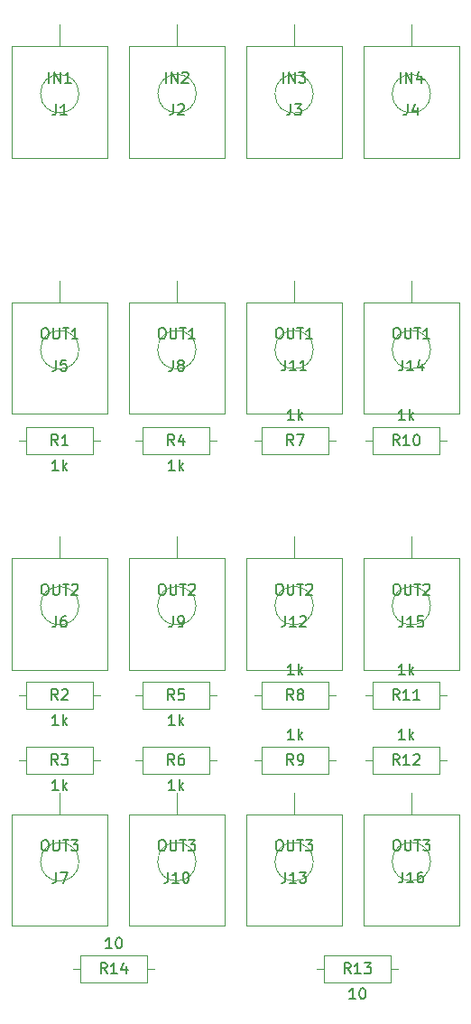
<source format=gbr>
G04 #@! TF.GenerationSoftware,KiCad,Pcbnew,(5.0.1)-4*
G04 #@! TF.CreationDate,2019-03-05T01:40:27-06:00*
G04 #@! TF.ProjectId,mult,6D756C742E6B696361645F7063620000,rev?*
G04 #@! TF.SameCoordinates,Original*
G04 #@! TF.FileFunction,Other,Fab,Top*
%FSLAX46Y46*%
G04 Gerber Fmt 4.6, Leading zero omitted, Abs format (unit mm)*
G04 Created by KiCad (PCBNEW (5.0.1)-4) date 3/5/2019 1:40:27*
%MOMM*%
%LPD*%
G01*
G04 APERTURE LIST*
%ADD10C,0.100000*%
%ADD11C,0.150000*%
G04 APERTURE END LIST*
D10*
G04 #@! TO.C,J1*
X-173874000Y122798000D02*
X-173874000Y133198000D01*
X-164874000Y122798000D02*
X-164874000Y133198000D01*
X-164874000Y122798000D02*
X-173874000Y122798000D01*
X-164874000Y133248000D02*
X-173874000Y133248000D01*
X-167574000Y128798000D02*
G75*
G03X-167574000Y128798000I-1800000J0D01*
G01*
X-169374000Y135278000D02*
X-169374000Y133248000D01*
G04 #@! TO.C,J2*
X-162863100Y122810700D02*
X-162863100Y133210700D01*
X-153863100Y122810700D02*
X-153863100Y133210700D01*
X-153863100Y122810700D02*
X-162863100Y122810700D01*
X-153863100Y133260700D02*
X-162863100Y133260700D01*
X-156563100Y128810700D02*
G75*
G03X-156563100Y128810700I-1800000J0D01*
G01*
X-158363100Y135290700D02*
X-158363100Y133260700D01*
G04 #@! TO.C,J3*
X-151877600Y122785300D02*
X-151877600Y133185300D01*
X-142877600Y122785300D02*
X-142877600Y133185300D01*
X-142877600Y122785300D02*
X-151877600Y122785300D01*
X-142877600Y133235300D02*
X-151877600Y133235300D01*
X-145577600Y128785300D02*
G75*
G03X-145577600Y128785300I-1800000J0D01*
G01*
X-147377600Y135265300D02*
X-147377600Y133235300D01*
G04 #@! TO.C,J4*
X-136379400Y135278000D02*
X-136379400Y133248000D01*
X-134579400Y128798000D02*
G75*
G03X-134579400Y128798000I-1800000J0D01*
G01*
X-131879400Y133248000D02*
X-140879400Y133248000D01*
X-131879400Y122798000D02*
X-140879400Y122798000D01*
X-131879400Y122798000D02*
X-131879400Y133198000D01*
X-140879400Y122798000D02*
X-140879400Y133198000D01*
G04 #@! TO.C,J5*
X-169374000Y111275000D02*
X-169374000Y109245000D01*
X-167574000Y104795000D02*
G75*
G03X-167574000Y104795000I-1800000J0D01*
G01*
X-164874000Y109245000D02*
X-173874000Y109245000D01*
X-164874000Y98795000D02*
X-173874000Y98795000D01*
X-164874000Y98795000D02*
X-164874000Y109195000D01*
X-173874000Y98795000D02*
X-173874000Y109195000D01*
G04 #@! TO.C,J6*
X-169374000Y87272000D02*
X-169374000Y85242000D01*
X-167574000Y80792000D02*
G75*
G03X-167574000Y80792000I-1800000J0D01*
G01*
X-164874000Y85242000D02*
X-173874000Y85242000D01*
X-164874000Y74792000D02*
X-173874000Y74792000D01*
X-164874000Y74792000D02*
X-164874000Y85192000D01*
X-173874000Y74792000D02*
X-173874000Y85192000D01*
G04 #@! TO.C,J7*
X-169374000Y63269000D02*
X-169374000Y61239000D01*
X-167574000Y56789000D02*
G75*
G03X-167574000Y56789000I-1800000J0D01*
G01*
X-164874000Y61239000D02*
X-173874000Y61239000D01*
X-164874000Y50789000D02*
X-173874000Y50789000D01*
X-164874000Y50789000D02*
X-164874000Y61189000D01*
X-173874000Y50789000D02*
X-173874000Y61189000D01*
G04 #@! TO.C,J8*
X-162888500Y98795000D02*
X-162888500Y109195000D01*
X-153888500Y98795000D02*
X-153888500Y109195000D01*
X-153888500Y98795000D02*
X-162888500Y98795000D01*
X-153888500Y109245000D02*
X-162888500Y109245000D01*
X-156588500Y104795000D02*
G75*
G03X-156588500Y104795000I-1800000J0D01*
G01*
X-158388500Y111275000D02*
X-158388500Y109245000D01*
G04 #@! TO.C,J9*
X-158388500Y87272000D02*
X-158388500Y85242000D01*
X-156588500Y80792000D02*
G75*
G03X-156588500Y80792000I-1800000J0D01*
G01*
X-153888500Y85242000D02*
X-162888500Y85242000D01*
X-153888500Y74792000D02*
X-162888500Y74792000D01*
X-153888500Y74792000D02*
X-153888500Y85192000D01*
X-162888500Y74792000D02*
X-162888500Y85192000D01*
G04 #@! TO.C,J10*
X-162888500Y50789000D02*
X-162888500Y61189000D01*
X-153888500Y50789000D02*
X-153888500Y61189000D01*
X-153888500Y50789000D02*
X-162888500Y50789000D01*
X-153888500Y61239000D02*
X-162888500Y61239000D01*
X-156588500Y56789000D02*
G75*
G03X-156588500Y56789000I-1800000J0D01*
G01*
X-158388500Y63269000D02*
X-158388500Y61239000D01*
G04 #@! TO.C,J11*
X-151877600Y98807700D02*
X-151877600Y109207700D01*
X-142877600Y98807700D02*
X-142877600Y109207700D01*
X-142877600Y98807700D02*
X-151877600Y98807700D01*
X-142877600Y109257700D02*
X-151877600Y109257700D01*
X-145577600Y104807700D02*
G75*
G03X-145577600Y104807700I-1800000J0D01*
G01*
X-147377600Y111287700D02*
X-147377600Y109257700D01*
G04 #@! TO.C,J12*
X-147377600Y87284700D02*
X-147377600Y85254700D01*
X-145577600Y80804700D02*
G75*
G03X-145577600Y80804700I-1800000J0D01*
G01*
X-142877600Y85254700D02*
X-151877600Y85254700D01*
X-142877600Y74804700D02*
X-151877600Y74804700D01*
X-142877600Y74804700D02*
X-142877600Y85204700D01*
X-151877600Y74804700D02*
X-151877600Y85204700D01*
G04 #@! TO.C,J13*
X-151877600Y50789000D02*
X-151877600Y61189000D01*
X-142877600Y50789000D02*
X-142877600Y61189000D01*
X-142877600Y50789000D02*
X-151877600Y50789000D01*
X-142877600Y61239000D02*
X-151877600Y61239000D01*
X-145577600Y56789000D02*
G75*
G03X-145577600Y56789000I-1800000J0D01*
G01*
X-147377600Y63269000D02*
X-147377600Y61239000D01*
G04 #@! TO.C,J14*
X-136379400Y111287700D02*
X-136379400Y109257700D01*
X-134579400Y104807700D02*
G75*
G03X-134579400Y104807700I-1800000J0D01*
G01*
X-131879400Y109257700D02*
X-140879400Y109257700D01*
X-131879400Y98807700D02*
X-140879400Y98807700D01*
X-131879400Y98807700D02*
X-131879400Y109207700D01*
X-140879400Y98807700D02*
X-140879400Y109207700D01*
G04 #@! TO.C,J15*
X-136379400Y87272000D02*
X-136379400Y85242000D01*
X-134579400Y80792000D02*
G75*
G03X-134579400Y80792000I-1800000J0D01*
G01*
X-131879400Y85242000D02*
X-140879400Y85242000D01*
X-131879400Y74792000D02*
X-140879400Y74792000D01*
X-131879400Y74792000D02*
X-131879400Y85192000D01*
X-140879400Y74792000D02*
X-140879400Y85192000D01*
G04 #@! TO.C,J16*
X-140879400Y50801700D02*
X-140879400Y61201700D01*
X-131879400Y50801700D02*
X-131879400Y61201700D01*
X-131879400Y50801700D02*
X-140879400Y50801700D01*
X-131879400Y61251700D02*
X-140879400Y61251700D01*
X-134579400Y56801700D02*
G75*
G03X-134579400Y56801700I-1800000J0D01*
G01*
X-136379400Y63281700D02*
X-136379400Y61251700D01*
G04 #@! TO.C,R1*
X-165564000Y96289000D02*
X-166224000Y96289000D01*
X-173184000Y96289000D02*
X-172524000Y96289000D01*
X-166224000Y97539000D02*
X-172524000Y97539000D01*
X-166224000Y95039000D02*
X-166224000Y97539000D01*
X-172524000Y95039000D02*
X-166224000Y95039000D01*
X-172524000Y97539000D02*
X-172524000Y95039000D01*
G04 #@! TO.C,R2*
X-172524000Y73663000D02*
X-172524000Y71163000D01*
X-172524000Y71163000D02*
X-166224000Y71163000D01*
X-166224000Y71163000D02*
X-166224000Y73663000D01*
X-166224000Y73663000D02*
X-172524000Y73663000D01*
X-173184000Y72413000D02*
X-172524000Y72413000D01*
X-165564000Y72413000D02*
X-166224000Y72413000D01*
G04 #@! TO.C,R3*
X-165564000Y66317000D02*
X-166224000Y66317000D01*
X-173184000Y66317000D02*
X-172524000Y66317000D01*
X-166224000Y67567000D02*
X-172524000Y67567000D01*
X-166224000Y65067000D02*
X-166224000Y67567000D01*
X-172524000Y65067000D02*
X-166224000Y65067000D01*
X-172524000Y67567000D02*
X-172524000Y65067000D01*
G04 #@! TO.C,R4*
X-154642000Y96289000D02*
X-155302000Y96289000D01*
X-162262000Y96289000D02*
X-161602000Y96289000D01*
X-155302000Y97539000D02*
X-161602000Y97539000D01*
X-155302000Y95039000D02*
X-155302000Y97539000D01*
X-161602000Y95039000D02*
X-155302000Y95039000D01*
X-161602000Y97539000D02*
X-161602000Y95039000D01*
G04 #@! TO.C,R5*
X-161602000Y73663000D02*
X-161602000Y71163000D01*
X-161602000Y71163000D02*
X-155302000Y71163000D01*
X-155302000Y71163000D02*
X-155302000Y73663000D01*
X-155302000Y73663000D02*
X-161602000Y73663000D01*
X-162262000Y72413000D02*
X-161602000Y72413000D01*
X-154642000Y72413000D02*
X-155302000Y72413000D01*
G04 #@! TO.C,R6*
X-154642000Y66317000D02*
X-155302000Y66317000D01*
X-162262000Y66317000D02*
X-161602000Y66317000D01*
X-155302000Y67567000D02*
X-161602000Y67567000D01*
X-155302000Y65067000D02*
X-155302000Y67567000D01*
X-161602000Y65067000D02*
X-155302000Y65067000D01*
X-161602000Y67567000D02*
X-161602000Y65067000D01*
G04 #@! TO.C,R7*
X-144126000Y95039000D02*
X-144126000Y97539000D01*
X-144126000Y97539000D02*
X-150426000Y97539000D01*
X-150426000Y97539000D02*
X-150426000Y95039000D01*
X-150426000Y95039000D02*
X-144126000Y95039000D01*
X-143466000Y96289000D02*
X-144126000Y96289000D01*
X-151086000Y96289000D02*
X-150426000Y96289000D01*
G04 #@! TO.C,R8*
X-151086000Y72413000D02*
X-150426000Y72413000D01*
X-143466000Y72413000D02*
X-144126000Y72413000D01*
X-150426000Y71163000D02*
X-144126000Y71163000D01*
X-150426000Y73663000D02*
X-150426000Y71163000D01*
X-144126000Y73663000D02*
X-150426000Y73663000D01*
X-144126000Y71163000D02*
X-144126000Y73663000D01*
G04 #@! TO.C,R9*
X-144126000Y65067000D02*
X-144126000Y67567000D01*
X-144126000Y67567000D02*
X-150426000Y67567000D01*
X-150426000Y67567000D02*
X-150426000Y65067000D01*
X-150426000Y65067000D02*
X-144126000Y65067000D01*
X-143466000Y66317000D02*
X-144126000Y66317000D01*
X-151086000Y66317000D02*
X-150426000Y66317000D01*
G04 #@! TO.C,R10*
X-140672000Y96289000D02*
X-140012000Y96289000D01*
X-133052000Y96289000D02*
X-133712000Y96289000D01*
X-140012000Y95039000D02*
X-133712000Y95039000D01*
X-140012000Y97539000D02*
X-140012000Y95039000D01*
X-133712000Y97539000D02*
X-140012000Y97539000D01*
X-133712000Y95039000D02*
X-133712000Y97539000D01*
G04 #@! TO.C,R11*
X-133712000Y71163000D02*
X-133712000Y73663000D01*
X-133712000Y73663000D02*
X-140012000Y73663000D01*
X-140012000Y73663000D02*
X-140012000Y71163000D01*
X-140012000Y71163000D02*
X-133712000Y71163000D01*
X-133052000Y72413000D02*
X-133712000Y72413000D01*
X-140672000Y72413000D02*
X-140012000Y72413000D01*
G04 #@! TO.C,R12*
X-133712000Y65067000D02*
X-133712000Y67567000D01*
X-133712000Y67567000D02*
X-140012000Y67567000D01*
X-140012000Y67567000D02*
X-140012000Y65067000D01*
X-140012000Y65067000D02*
X-133712000Y65067000D01*
X-133052000Y66317000D02*
X-133712000Y66317000D01*
X-140672000Y66317000D02*
X-140012000Y66317000D01*
G04 #@! TO.C,R13*
X-144584000Y48009000D02*
X-144584000Y45509000D01*
X-144584000Y45509000D02*
X-138284000Y45509000D01*
X-138284000Y45509000D02*
X-138284000Y48009000D01*
X-138284000Y48009000D02*
X-144584000Y48009000D01*
X-145244000Y46759000D02*
X-144584000Y46759000D01*
X-137624000Y46759000D02*
X-138284000Y46759000D01*
G04 #@! TO.C,R14*
X-168104000Y46759000D02*
X-167444000Y46759000D01*
X-160484000Y46759000D02*
X-161144000Y46759000D01*
X-167444000Y45509000D02*
X-161144000Y45509000D01*
X-167444000Y48009000D02*
X-167444000Y45509000D01*
X-161144000Y48009000D02*
X-167444000Y48009000D01*
X-161144000Y45509000D02*
X-161144000Y48009000D01*
G04 #@! TD*
G04 #@! TO.C,J1*
D11*
X-170374000Y129825619D02*
X-170374000Y130825619D01*
X-169897809Y129825619D02*
X-169897809Y130825619D01*
X-169326380Y129825619D01*
X-169326380Y130825619D01*
X-168326380Y129825619D02*
X-168897809Y129825619D01*
X-168612095Y129825619D02*
X-168612095Y130825619D01*
X-168707333Y130682761D01*
X-168802571Y130587523D01*
X-168897809Y130539904D01*
X-169707333Y127825619D02*
X-169707333Y127111333D01*
X-169754952Y126968476D01*
X-169850190Y126873238D01*
X-169993047Y126825619D01*
X-170088285Y126825619D01*
X-168707333Y126825619D02*
X-169278761Y126825619D01*
X-168993047Y126825619D02*
X-168993047Y127825619D01*
X-169088285Y127682761D01*
X-169183523Y127587523D01*
X-169278761Y127539904D01*
G04 #@! TO.C,J2*
X-159363100Y129838319D02*
X-159363100Y130838319D01*
X-158886909Y129838319D02*
X-158886909Y130838319D01*
X-158315480Y129838319D01*
X-158315480Y130838319D01*
X-157886909Y130743080D02*
X-157839290Y130790700D01*
X-157744052Y130838319D01*
X-157505957Y130838319D01*
X-157410719Y130790700D01*
X-157363100Y130743080D01*
X-157315480Y130647842D01*
X-157315480Y130552604D01*
X-157363100Y130409747D01*
X-157934528Y129838319D01*
X-157315480Y129838319D01*
X-158696433Y127838319D02*
X-158696433Y127124033D01*
X-158744052Y126981176D01*
X-158839290Y126885938D01*
X-158982147Y126838319D01*
X-159077385Y126838319D01*
X-158267861Y127743080D02*
X-158220242Y127790700D01*
X-158125004Y127838319D01*
X-157886909Y127838319D01*
X-157791671Y127790700D01*
X-157744052Y127743080D01*
X-157696433Y127647842D01*
X-157696433Y127552604D01*
X-157744052Y127409747D01*
X-158315480Y126838319D01*
X-157696433Y126838319D01*
G04 #@! TO.C,J3*
X-148377600Y129812919D02*
X-148377600Y130812919D01*
X-147901409Y129812919D02*
X-147901409Y130812919D01*
X-147329980Y129812919D01*
X-147329980Y130812919D01*
X-146949028Y130812919D02*
X-146329980Y130812919D01*
X-146663314Y130431966D01*
X-146520457Y130431966D01*
X-146425219Y130384347D01*
X-146377600Y130336728D01*
X-146329980Y130241490D01*
X-146329980Y130003395D01*
X-146377600Y129908157D01*
X-146425219Y129860538D01*
X-146520457Y129812919D01*
X-146806171Y129812919D01*
X-146901409Y129860538D01*
X-146949028Y129908157D01*
X-147710933Y127812919D02*
X-147710933Y127098633D01*
X-147758552Y126955776D01*
X-147853790Y126860538D01*
X-147996647Y126812919D01*
X-148091885Y126812919D01*
X-147329980Y127812919D02*
X-146710933Y127812919D01*
X-147044266Y127431966D01*
X-146901409Y127431966D01*
X-146806171Y127384347D01*
X-146758552Y127336728D01*
X-146710933Y127241490D01*
X-146710933Y127003395D01*
X-146758552Y126908157D01*
X-146806171Y126860538D01*
X-146901409Y126812919D01*
X-147187123Y126812919D01*
X-147282361Y126860538D01*
X-147329980Y126908157D01*
G04 #@! TO.C,J4*
X-137379400Y129825619D02*
X-137379400Y130825619D01*
X-136903209Y129825619D02*
X-136903209Y130825619D01*
X-136331780Y129825619D01*
X-136331780Y130825619D01*
X-135427019Y130492285D02*
X-135427019Y129825619D01*
X-135665114Y130873238D02*
X-135903209Y130158952D01*
X-135284161Y130158952D01*
X-136712733Y127825619D02*
X-136712733Y127111333D01*
X-136760352Y126968476D01*
X-136855590Y126873238D01*
X-136998447Y126825619D01*
X-137093685Y126825619D01*
X-135807971Y127492285D02*
X-135807971Y126825619D01*
X-136046066Y127873238D02*
X-136284161Y127158952D01*
X-135665114Y127158952D01*
G04 #@! TO.C,J5*
X-170850190Y106822619D02*
X-170659714Y106822619D01*
X-170564476Y106775000D01*
X-170469238Y106679761D01*
X-170421619Y106489285D01*
X-170421619Y106155952D01*
X-170469238Y105965476D01*
X-170564476Y105870238D01*
X-170659714Y105822619D01*
X-170850190Y105822619D01*
X-170945428Y105870238D01*
X-171040666Y105965476D01*
X-171088285Y106155952D01*
X-171088285Y106489285D01*
X-171040666Y106679761D01*
X-170945428Y106775000D01*
X-170850190Y106822619D01*
X-169993047Y106822619D02*
X-169993047Y106013095D01*
X-169945428Y105917857D01*
X-169897809Y105870238D01*
X-169802571Y105822619D01*
X-169612095Y105822619D01*
X-169516857Y105870238D01*
X-169469238Y105917857D01*
X-169421619Y106013095D01*
X-169421619Y106822619D01*
X-169088285Y106822619D02*
X-168516857Y106822619D01*
X-168802571Y105822619D02*
X-168802571Y106822619D01*
X-167659714Y105822619D02*
X-168231142Y105822619D01*
X-167945428Y105822619D02*
X-167945428Y106822619D01*
X-168040666Y106679761D01*
X-168135904Y106584523D01*
X-168231142Y106536904D01*
X-169707333Y103822619D02*
X-169707333Y103108333D01*
X-169754952Y102965476D01*
X-169850190Y102870238D01*
X-169993047Y102822619D01*
X-170088285Y102822619D01*
X-168754952Y103822619D02*
X-169231142Y103822619D01*
X-169278761Y103346428D01*
X-169231142Y103394047D01*
X-169135904Y103441666D01*
X-168897809Y103441666D01*
X-168802571Y103394047D01*
X-168754952Y103346428D01*
X-168707333Y103251190D01*
X-168707333Y103013095D01*
X-168754952Y102917857D01*
X-168802571Y102870238D01*
X-168897809Y102822619D01*
X-169135904Y102822619D01*
X-169231142Y102870238D01*
X-169278761Y102917857D01*
G04 #@! TO.C,J6*
X-170850190Y82819619D02*
X-170659714Y82819619D01*
X-170564476Y82772000D01*
X-170469238Y82676761D01*
X-170421619Y82486285D01*
X-170421619Y82152952D01*
X-170469238Y81962476D01*
X-170564476Y81867238D01*
X-170659714Y81819619D01*
X-170850190Y81819619D01*
X-170945428Y81867238D01*
X-171040666Y81962476D01*
X-171088285Y82152952D01*
X-171088285Y82486285D01*
X-171040666Y82676761D01*
X-170945428Y82772000D01*
X-170850190Y82819619D01*
X-169993047Y82819619D02*
X-169993047Y82010095D01*
X-169945428Y81914857D01*
X-169897809Y81867238D01*
X-169802571Y81819619D01*
X-169612095Y81819619D01*
X-169516857Y81867238D01*
X-169469238Y81914857D01*
X-169421619Y82010095D01*
X-169421619Y82819619D01*
X-169088285Y82819619D02*
X-168516857Y82819619D01*
X-168802571Y81819619D02*
X-168802571Y82819619D01*
X-168231142Y82724380D02*
X-168183523Y82772000D01*
X-168088285Y82819619D01*
X-167850190Y82819619D01*
X-167754952Y82772000D01*
X-167707333Y82724380D01*
X-167659714Y82629142D01*
X-167659714Y82533904D01*
X-167707333Y82391047D01*
X-168278761Y81819619D01*
X-167659714Y81819619D01*
X-169707333Y79819619D02*
X-169707333Y79105333D01*
X-169754952Y78962476D01*
X-169850190Y78867238D01*
X-169993047Y78819619D01*
X-170088285Y78819619D01*
X-168802571Y79819619D02*
X-168993047Y79819619D01*
X-169088285Y79772000D01*
X-169135904Y79724380D01*
X-169231142Y79581523D01*
X-169278761Y79391047D01*
X-169278761Y79010095D01*
X-169231142Y78914857D01*
X-169183523Y78867238D01*
X-169088285Y78819619D01*
X-168897809Y78819619D01*
X-168802571Y78867238D01*
X-168754952Y78914857D01*
X-168707333Y79010095D01*
X-168707333Y79248190D01*
X-168754952Y79343428D01*
X-168802571Y79391047D01*
X-168897809Y79438666D01*
X-169088285Y79438666D01*
X-169183523Y79391047D01*
X-169231142Y79343428D01*
X-169278761Y79248190D01*
G04 #@! TO.C,J7*
X-170850190Y58816619D02*
X-170659714Y58816619D01*
X-170564476Y58769000D01*
X-170469238Y58673761D01*
X-170421619Y58483285D01*
X-170421619Y58149952D01*
X-170469238Y57959476D01*
X-170564476Y57864238D01*
X-170659714Y57816619D01*
X-170850190Y57816619D01*
X-170945428Y57864238D01*
X-171040666Y57959476D01*
X-171088285Y58149952D01*
X-171088285Y58483285D01*
X-171040666Y58673761D01*
X-170945428Y58769000D01*
X-170850190Y58816619D01*
X-169993047Y58816619D02*
X-169993047Y58007095D01*
X-169945428Y57911857D01*
X-169897809Y57864238D01*
X-169802571Y57816619D01*
X-169612095Y57816619D01*
X-169516857Y57864238D01*
X-169469238Y57911857D01*
X-169421619Y58007095D01*
X-169421619Y58816619D01*
X-169088285Y58816619D02*
X-168516857Y58816619D01*
X-168802571Y57816619D02*
X-168802571Y58816619D01*
X-168278761Y58816619D02*
X-167659714Y58816619D01*
X-167993047Y58435666D01*
X-167850190Y58435666D01*
X-167754952Y58388047D01*
X-167707333Y58340428D01*
X-167659714Y58245190D01*
X-167659714Y58007095D01*
X-167707333Y57911857D01*
X-167754952Y57864238D01*
X-167850190Y57816619D01*
X-168135904Y57816619D01*
X-168231142Y57864238D01*
X-168278761Y57911857D01*
X-169707333Y55816619D02*
X-169707333Y55102333D01*
X-169754952Y54959476D01*
X-169850190Y54864238D01*
X-169993047Y54816619D01*
X-170088285Y54816619D01*
X-169326380Y55816619D02*
X-168659714Y55816619D01*
X-169088285Y54816619D01*
G04 #@! TO.C,J8*
X-159864690Y106822619D02*
X-159674214Y106822619D01*
X-159578976Y106775000D01*
X-159483738Y106679761D01*
X-159436119Y106489285D01*
X-159436119Y106155952D01*
X-159483738Y105965476D01*
X-159578976Y105870238D01*
X-159674214Y105822619D01*
X-159864690Y105822619D01*
X-159959928Y105870238D01*
X-160055166Y105965476D01*
X-160102785Y106155952D01*
X-160102785Y106489285D01*
X-160055166Y106679761D01*
X-159959928Y106775000D01*
X-159864690Y106822619D01*
X-159007547Y106822619D02*
X-159007547Y106013095D01*
X-158959928Y105917857D01*
X-158912309Y105870238D01*
X-158817071Y105822619D01*
X-158626595Y105822619D01*
X-158531357Y105870238D01*
X-158483738Y105917857D01*
X-158436119Y106013095D01*
X-158436119Y106822619D01*
X-158102785Y106822619D02*
X-157531357Y106822619D01*
X-157817071Y105822619D02*
X-157817071Y106822619D01*
X-156674214Y105822619D02*
X-157245642Y105822619D01*
X-156959928Y105822619D02*
X-156959928Y106822619D01*
X-157055166Y106679761D01*
X-157150404Y106584523D01*
X-157245642Y106536904D01*
X-158721833Y103822619D02*
X-158721833Y103108333D01*
X-158769452Y102965476D01*
X-158864690Y102870238D01*
X-159007547Y102822619D01*
X-159102785Y102822619D01*
X-158102785Y103394047D02*
X-158198023Y103441666D01*
X-158245642Y103489285D01*
X-158293261Y103584523D01*
X-158293261Y103632142D01*
X-158245642Y103727380D01*
X-158198023Y103775000D01*
X-158102785Y103822619D01*
X-157912309Y103822619D01*
X-157817071Y103775000D01*
X-157769452Y103727380D01*
X-157721833Y103632142D01*
X-157721833Y103584523D01*
X-157769452Y103489285D01*
X-157817071Y103441666D01*
X-157912309Y103394047D01*
X-158102785Y103394047D01*
X-158198023Y103346428D01*
X-158245642Y103298809D01*
X-158293261Y103203571D01*
X-158293261Y103013095D01*
X-158245642Y102917857D01*
X-158198023Y102870238D01*
X-158102785Y102822619D01*
X-157912309Y102822619D01*
X-157817071Y102870238D01*
X-157769452Y102917857D01*
X-157721833Y103013095D01*
X-157721833Y103203571D01*
X-157769452Y103298809D01*
X-157817071Y103346428D01*
X-157912309Y103394047D01*
G04 #@! TO.C,J9*
X-159864690Y82819619D02*
X-159674214Y82819619D01*
X-159578976Y82772000D01*
X-159483738Y82676761D01*
X-159436119Y82486285D01*
X-159436119Y82152952D01*
X-159483738Y81962476D01*
X-159578976Y81867238D01*
X-159674214Y81819619D01*
X-159864690Y81819619D01*
X-159959928Y81867238D01*
X-160055166Y81962476D01*
X-160102785Y82152952D01*
X-160102785Y82486285D01*
X-160055166Y82676761D01*
X-159959928Y82772000D01*
X-159864690Y82819619D01*
X-159007547Y82819619D02*
X-159007547Y82010095D01*
X-158959928Y81914857D01*
X-158912309Y81867238D01*
X-158817071Y81819619D01*
X-158626595Y81819619D01*
X-158531357Y81867238D01*
X-158483738Y81914857D01*
X-158436119Y82010095D01*
X-158436119Y82819619D01*
X-158102785Y82819619D02*
X-157531357Y82819619D01*
X-157817071Y81819619D02*
X-157817071Y82819619D01*
X-157245642Y82724380D02*
X-157198023Y82772000D01*
X-157102785Y82819619D01*
X-156864690Y82819619D01*
X-156769452Y82772000D01*
X-156721833Y82724380D01*
X-156674214Y82629142D01*
X-156674214Y82533904D01*
X-156721833Y82391047D01*
X-157293261Y81819619D01*
X-156674214Y81819619D01*
X-158721833Y79819619D02*
X-158721833Y79105333D01*
X-158769452Y78962476D01*
X-158864690Y78867238D01*
X-159007547Y78819619D01*
X-159102785Y78819619D01*
X-158198023Y78819619D02*
X-158007547Y78819619D01*
X-157912309Y78867238D01*
X-157864690Y78914857D01*
X-157769452Y79057714D01*
X-157721833Y79248190D01*
X-157721833Y79629142D01*
X-157769452Y79724380D01*
X-157817071Y79772000D01*
X-157912309Y79819619D01*
X-158102785Y79819619D01*
X-158198023Y79772000D01*
X-158245642Y79724380D01*
X-158293261Y79629142D01*
X-158293261Y79391047D01*
X-158245642Y79295809D01*
X-158198023Y79248190D01*
X-158102785Y79200571D01*
X-157912309Y79200571D01*
X-157817071Y79248190D01*
X-157769452Y79295809D01*
X-157721833Y79391047D01*
G04 #@! TO.C,J10*
X-159864690Y58816619D02*
X-159674214Y58816619D01*
X-159578976Y58769000D01*
X-159483738Y58673761D01*
X-159436119Y58483285D01*
X-159436119Y58149952D01*
X-159483738Y57959476D01*
X-159578976Y57864238D01*
X-159674214Y57816619D01*
X-159864690Y57816619D01*
X-159959928Y57864238D01*
X-160055166Y57959476D01*
X-160102785Y58149952D01*
X-160102785Y58483285D01*
X-160055166Y58673761D01*
X-159959928Y58769000D01*
X-159864690Y58816619D01*
X-159007547Y58816619D02*
X-159007547Y58007095D01*
X-158959928Y57911857D01*
X-158912309Y57864238D01*
X-158817071Y57816619D01*
X-158626595Y57816619D01*
X-158531357Y57864238D01*
X-158483738Y57911857D01*
X-158436119Y58007095D01*
X-158436119Y58816619D01*
X-158102785Y58816619D02*
X-157531357Y58816619D01*
X-157817071Y57816619D02*
X-157817071Y58816619D01*
X-157293261Y58816619D02*
X-156674214Y58816619D01*
X-157007547Y58435666D01*
X-156864690Y58435666D01*
X-156769452Y58388047D01*
X-156721833Y58340428D01*
X-156674214Y58245190D01*
X-156674214Y58007095D01*
X-156721833Y57911857D01*
X-156769452Y57864238D01*
X-156864690Y57816619D01*
X-157150404Y57816619D01*
X-157245642Y57864238D01*
X-157293261Y57911857D01*
X-159198023Y55816619D02*
X-159198023Y55102333D01*
X-159245642Y54959476D01*
X-159340880Y54864238D01*
X-159483738Y54816619D01*
X-159578976Y54816619D01*
X-158198023Y54816619D02*
X-158769452Y54816619D01*
X-158483738Y54816619D02*
X-158483738Y55816619D01*
X-158578976Y55673761D01*
X-158674214Y55578523D01*
X-158769452Y55530904D01*
X-157578976Y55816619D02*
X-157483738Y55816619D01*
X-157388500Y55769000D01*
X-157340880Y55721380D01*
X-157293261Y55626142D01*
X-157245642Y55435666D01*
X-157245642Y55197571D01*
X-157293261Y55007095D01*
X-157340880Y54911857D01*
X-157388500Y54864238D01*
X-157483738Y54816619D01*
X-157578976Y54816619D01*
X-157674214Y54864238D01*
X-157721833Y54911857D01*
X-157769452Y55007095D01*
X-157817071Y55197571D01*
X-157817071Y55435666D01*
X-157769452Y55626142D01*
X-157721833Y55721380D01*
X-157674214Y55769000D01*
X-157578976Y55816619D01*
G04 #@! TO.C,J11*
X-148853790Y106835319D02*
X-148663314Y106835319D01*
X-148568076Y106787700D01*
X-148472838Y106692461D01*
X-148425219Y106501985D01*
X-148425219Y106168652D01*
X-148472838Y105978176D01*
X-148568076Y105882938D01*
X-148663314Y105835319D01*
X-148853790Y105835319D01*
X-148949028Y105882938D01*
X-149044266Y105978176D01*
X-149091885Y106168652D01*
X-149091885Y106501985D01*
X-149044266Y106692461D01*
X-148949028Y106787700D01*
X-148853790Y106835319D01*
X-147996647Y106835319D02*
X-147996647Y106025795D01*
X-147949028Y105930557D01*
X-147901409Y105882938D01*
X-147806171Y105835319D01*
X-147615695Y105835319D01*
X-147520457Y105882938D01*
X-147472838Y105930557D01*
X-147425219Y106025795D01*
X-147425219Y106835319D01*
X-147091885Y106835319D02*
X-146520457Y106835319D01*
X-146806171Y105835319D02*
X-146806171Y106835319D01*
X-145663314Y105835319D02*
X-146234742Y105835319D01*
X-145949028Y105835319D02*
X-145949028Y106835319D01*
X-146044266Y106692461D01*
X-146139504Y106597223D01*
X-146234742Y106549604D01*
X-148187123Y103835319D02*
X-148187123Y103121033D01*
X-148234742Y102978176D01*
X-148329980Y102882938D01*
X-148472838Y102835319D01*
X-148568076Y102835319D01*
X-147187123Y102835319D02*
X-147758552Y102835319D01*
X-147472838Y102835319D02*
X-147472838Y103835319D01*
X-147568076Y103692461D01*
X-147663314Y103597223D01*
X-147758552Y103549604D01*
X-146234742Y102835319D02*
X-146806171Y102835319D01*
X-146520457Y102835319D02*
X-146520457Y103835319D01*
X-146615695Y103692461D01*
X-146710933Y103597223D01*
X-146806171Y103549604D01*
G04 #@! TO.C,J12*
X-148853790Y82832319D02*
X-148663314Y82832319D01*
X-148568076Y82784700D01*
X-148472838Y82689461D01*
X-148425219Y82498985D01*
X-148425219Y82165652D01*
X-148472838Y81975176D01*
X-148568076Y81879938D01*
X-148663314Y81832319D01*
X-148853790Y81832319D01*
X-148949028Y81879938D01*
X-149044266Y81975176D01*
X-149091885Y82165652D01*
X-149091885Y82498985D01*
X-149044266Y82689461D01*
X-148949028Y82784700D01*
X-148853790Y82832319D01*
X-147996647Y82832319D02*
X-147996647Y82022795D01*
X-147949028Y81927557D01*
X-147901409Y81879938D01*
X-147806171Y81832319D01*
X-147615695Y81832319D01*
X-147520457Y81879938D01*
X-147472838Y81927557D01*
X-147425219Y82022795D01*
X-147425219Y82832319D01*
X-147091885Y82832319D02*
X-146520457Y82832319D01*
X-146806171Y81832319D02*
X-146806171Y82832319D01*
X-146234742Y82737080D02*
X-146187123Y82784700D01*
X-146091885Y82832319D01*
X-145853790Y82832319D01*
X-145758552Y82784700D01*
X-145710933Y82737080D01*
X-145663314Y82641842D01*
X-145663314Y82546604D01*
X-145710933Y82403747D01*
X-146282361Y81832319D01*
X-145663314Y81832319D01*
X-148187123Y79832319D02*
X-148187123Y79118033D01*
X-148234742Y78975176D01*
X-148329980Y78879938D01*
X-148472838Y78832319D01*
X-148568076Y78832319D01*
X-147187123Y78832319D02*
X-147758552Y78832319D01*
X-147472838Y78832319D02*
X-147472838Y79832319D01*
X-147568076Y79689461D01*
X-147663314Y79594223D01*
X-147758552Y79546604D01*
X-146806171Y79737080D02*
X-146758552Y79784700D01*
X-146663314Y79832319D01*
X-146425219Y79832319D01*
X-146329980Y79784700D01*
X-146282361Y79737080D01*
X-146234742Y79641842D01*
X-146234742Y79546604D01*
X-146282361Y79403747D01*
X-146853790Y78832319D01*
X-146234742Y78832319D01*
G04 #@! TO.C,J13*
X-148853790Y58816619D02*
X-148663314Y58816619D01*
X-148568076Y58769000D01*
X-148472838Y58673761D01*
X-148425219Y58483285D01*
X-148425219Y58149952D01*
X-148472838Y57959476D01*
X-148568076Y57864238D01*
X-148663314Y57816619D01*
X-148853790Y57816619D01*
X-148949028Y57864238D01*
X-149044266Y57959476D01*
X-149091885Y58149952D01*
X-149091885Y58483285D01*
X-149044266Y58673761D01*
X-148949028Y58769000D01*
X-148853790Y58816619D01*
X-147996647Y58816619D02*
X-147996647Y58007095D01*
X-147949028Y57911857D01*
X-147901409Y57864238D01*
X-147806171Y57816619D01*
X-147615695Y57816619D01*
X-147520457Y57864238D01*
X-147472838Y57911857D01*
X-147425219Y58007095D01*
X-147425219Y58816619D01*
X-147091885Y58816619D02*
X-146520457Y58816619D01*
X-146806171Y57816619D02*
X-146806171Y58816619D01*
X-146282361Y58816619D02*
X-145663314Y58816619D01*
X-145996647Y58435666D01*
X-145853790Y58435666D01*
X-145758552Y58388047D01*
X-145710933Y58340428D01*
X-145663314Y58245190D01*
X-145663314Y58007095D01*
X-145710933Y57911857D01*
X-145758552Y57864238D01*
X-145853790Y57816619D01*
X-146139504Y57816619D01*
X-146234742Y57864238D01*
X-146282361Y57911857D01*
X-148187123Y55816619D02*
X-148187123Y55102333D01*
X-148234742Y54959476D01*
X-148329980Y54864238D01*
X-148472838Y54816619D01*
X-148568076Y54816619D01*
X-147187123Y54816619D02*
X-147758552Y54816619D01*
X-147472838Y54816619D02*
X-147472838Y55816619D01*
X-147568076Y55673761D01*
X-147663314Y55578523D01*
X-147758552Y55530904D01*
X-146853790Y55816619D02*
X-146234742Y55816619D01*
X-146568076Y55435666D01*
X-146425219Y55435666D01*
X-146329980Y55388047D01*
X-146282361Y55340428D01*
X-146234742Y55245190D01*
X-146234742Y55007095D01*
X-146282361Y54911857D01*
X-146329980Y54864238D01*
X-146425219Y54816619D01*
X-146710933Y54816619D01*
X-146806171Y54864238D01*
X-146853790Y54911857D01*
G04 #@! TO.C,J14*
X-137855590Y106835319D02*
X-137665114Y106835319D01*
X-137569876Y106787700D01*
X-137474638Y106692461D01*
X-137427019Y106501985D01*
X-137427019Y106168652D01*
X-137474638Y105978176D01*
X-137569876Y105882938D01*
X-137665114Y105835319D01*
X-137855590Y105835319D01*
X-137950828Y105882938D01*
X-138046066Y105978176D01*
X-138093685Y106168652D01*
X-138093685Y106501985D01*
X-138046066Y106692461D01*
X-137950828Y106787700D01*
X-137855590Y106835319D01*
X-136998447Y106835319D02*
X-136998447Y106025795D01*
X-136950828Y105930557D01*
X-136903209Y105882938D01*
X-136807971Y105835319D01*
X-136617495Y105835319D01*
X-136522257Y105882938D01*
X-136474638Y105930557D01*
X-136427019Y106025795D01*
X-136427019Y106835319D01*
X-136093685Y106835319D02*
X-135522257Y106835319D01*
X-135807971Y105835319D02*
X-135807971Y106835319D01*
X-134665114Y105835319D02*
X-135236542Y105835319D01*
X-134950828Y105835319D02*
X-134950828Y106835319D01*
X-135046066Y106692461D01*
X-135141304Y106597223D01*
X-135236542Y106549604D01*
X-137188923Y103835319D02*
X-137188923Y103121033D01*
X-137236542Y102978176D01*
X-137331780Y102882938D01*
X-137474638Y102835319D01*
X-137569876Y102835319D01*
X-136188923Y102835319D02*
X-136760352Y102835319D01*
X-136474638Y102835319D02*
X-136474638Y103835319D01*
X-136569876Y103692461D01*
X-136665114Y103597223D01*
X-136760352Y103549604D01*
X-135331780Y103501985D02*
X-135331780Y102835319D01*
X-135569876Y103882938D02*
X-135807971Y103168652D01*
X-135188923Y103168652D01*
G04 #@! TO.C,J15*
X-137855590Y82819619D02*
X-137665114Y82819619D01*
X-137569876Y82772000D01*
X-137474638Y82676761D01*
X-137427019Y82486285D01*
X-137427019Y82152952D01*
X-137474638Y81962476D01*
X-137569876Y81867238D01*
X-137665114Y81819619D01*
X-137855590Y81819619D01*
X-137950828Y81867238D01*
X-138046066Y81962476D01*
X-138093685Y82152952D01*
X-138093685Y82486285D01*
X-138046066Y82676761D01*
X-137950828Y82772000D01*
X-137855590Y82819619D01*
X-136998447Y82819619D02*
X-136998447Y82010095D01*
X-136950828Y81914857D01*
X-136903209Y81867238D01*
X-136807971Y81819619D01*
X-136617495Y81819619D01*
X-136522257Y81867238D01*
X-136474638Y81914857D01*
X-136427019Y82010095D01*
X-136427019Y82819619D01*
X-136093685Y82819619D02*
X-135522257Y82819619D01*
X-135807971Y81819619D02*
X-135807971Y82819619D01*
X-135236542Y82724380D02*
X-135188923Y82772000D01*
X-135093685Y82819619D01*
X-134855590Y82819619D01*
X-134760352Y82772000D01*
X-134712733Y82724380D01*
X-134665114Y82629142D01*
X-134665114Y82533904D01*
X-134712733Y82391047D01*
X-135284161Y81819619D01*
X-134665114Y81819619D01*
X-137188923Y79819619D02*
X-137188923Y79105333D01*
X-137236542Y78962476D01*
X-137331780Y78867238D01*
X-137474638Y78819619D01*
X-137569876Y78819619D01*
X-136188923Y78819619D02*
X-136760352Y78819619D01*
X-136474638Y78819619D02*
X-136474638Y79819619D01*
X-136569876Y79676761D01*
X-136665114Y79581523D01*
X-136760352Y79533904D01*
X-135284161Y79819619D02*
X-135760352Y79819619D01*
X-135807971Y79343428D01*
X-135760352Y79391047D01*
X-135665114Y79438666D01*
X-135427019Y79438666D01*
X-135331780Y79391047D01*
X-135284161Y79343428D01*
X-135236542Y79248190D01*
X-135236542Y79010095D01*
X-135284161Y78914857D01*
X-135331780Y78867238D01*
X-135427019Y78819619D01*
X-135665114Y78819619D01*
X-135760352Y78867238D01*
X-135807971Y78914857D01*
G04 #@! TO.C,J16*
X-137855590Y58829319D02*
X-137665114Y58829319D01*
X-137569876Y58781700D01*
X-137474638Y58686461D01*
X-137427019Y58495985D01*
X-137427019Y58162652D01*
X-137474638Y57972176D01*
X-137569876Y57876938D01*
X-137665114Y57829319D01*
X-137855590Y57829319D01*
X-137950828Y57876938D01*
X-138046066Y57972176D01*
X-138093685Y58162652D01*
X-138093685Y58495985D01*
X-138046066Y58686461D01*
X-137950828Y58781700D01*
X-137855590Y58829319D01*
X-136998447Y58829319D02*
X-136998447Y58019795D01*
X-136950828Y57924557D01*
X-136903209Y57876938D01*
X-136807971Y57829319D01*
X-136617495Y57829319D01*
X-136522257Y57876938D01*
X-136474638Y57924557D01*
X-136427019Y58019795D01*
X-136427019Y58829319D01*
X-136093685Y58829319D02*
X-135522257Y58829319D01*
X-135807971Y57829319D02*
X-135807971Y58829319D01*
X-135284161Y58829319D02*
X-134665114Y58829319D01*
X-134998447Y58448366D01*
X-134855590Y58448366D01*
X-134760352Y58400747D01*
X-134712733Y58353128D01*
X-134665114Y58257890D01*
X-134665114Y58019795D01*
X-134712733Y57924557D01*
X-134760352Y57876938D01*
X-134855590Y57829319D01*
X-135141304Y57829319D01*
X-135236542Y57876938D01*
X-135284161Y57924557D01*
X-137188923Y55829319D02*
X-137188923Y55115033D01*
X-137236542Y54972176D01*
X-137331780Y54876938D01*
X-137474638Y54829319D01*
X-137569876Y54829319D01*
X-136188923Y54829319D02*
X-136760352Y54829319D01*
X-136474638Y54829319D02*
X-136474638Y55829319D01*
X-136569876Y55686461D01*
X-136665114Y55591223D01*
X-136760352Y55543604D01*
X-135331780Y55829319D02*
X-135522257Y55829319D01*
X-135617495Y55781700D01*
X-135665114Y55734080D01*
X-135760352Y55591223D01*
X-135807971Y55400747D01*
X-135807971Y55019795D01*
X-135760352Y54924557D01*
X-135712733Y54876938D01*
X-135617495Y54829319D01*
X-135427019Y54829319D01*
X-135331780Y54876938D01*
X-135284161Y54924557D01*
X-135236542Y55019795D01*
X-135236542Y55257890D01*
X-135284161Y55353128D01*
X-135331780Y55400747D01*
X-135427019Y55448366D01*
X-135617495Y55448366D01*
X-135712733Y55400747D01*
X-135760352Y55353128D01*
X-135807971Y55257890D01*
G04 #@! TO.C,R1*
X-169493047Y93466619D02*
X-170064476Y93466619D01*
X-169778761Y93466619D02*
X-169778761Y94466619D01*
X-169874000Y94323761D01*
X-169969238Y94228523D01*
X-170064476Y94180904D01*
X-169064476Y93466619D02*
X-169064476Y94466619D01*
X-168969238Y93847571D02*
X-168683523Y93466619D01*
X-168683523Y94133285D02*
X-169064476Y93752333D01*
X-169540666Y95836619D02*
X-169874000Y96312809D01*
X-170112095Y95836619D02*
X-170112095Y96836619D01*
X-169731142Y96836619D01*
X-169635904Y96789000D01*
X-169588285Y96741380D01*
X-169540666Y96646142D01*
X-169540666Y96503285D01*
X-169588285Y96408047D01*
X-169635904Y96360428D01*
X-169731142Y96312809D01*
X-170112095Y96312809D01*
X-168588285Y95836619D02*
X-169159714Y95836619D01*
X-168874000Y95836619D02*
X-168874000Y96836619D01*
X-168969238Y96693761D01*
X-169064476Y96598523D01*
X-169159714Y96550904D01*
G04 #@! TO.C,R2*
X-169493047Y69590619D02*
X-170064476Y69590619D01*
X-169778761Y69590619D02*
X-169778761Y70590619D01*
X-169874000Y70447761D01*
X-169969238Y70352523D01*
X-170064476Y70304904D01*
X-169064476Y69590619D02*
X-169064476Y70590619D01*
X-168969238Y69971571D02*
X-168683523Y69590619D01*
X-168683523Y70257285D02*
X-169064476Y69876333D01*
X-169540666Y71960619D02*
X-169874000Y72436809D01*
X-170112095Y71960619D02*
X-170112095Y72960619D01*
X-169731142Y72960619D01*
X-169635904Y72913000D01*
X-169588285Y72865380D01*
X-169540666Y72770142D01*
X-169540666Y72627285D01*
X-169588285Y72532047D01*
X-169635904Y72484428D01*
X-169731142Y72436809D01*
X-170112095Y72436809D01*
X-169159714Y72865380D02*
X-169112095Y72913000D01*
X-169016857Y72960619D01*
X-168778761Y72960619D01*
X-168683523Y72913000D01*
X-168635904Y72865380D01*
X-168588285Y72770142D01*
X-168588285Y72674904D01*
X-168635904Y72532047D01*
X-169207333Y71960619D01*
X-168588285Y71960619D01*
G04 #@! TO.C,R3*
X-169493047Y63494619D02*
X-170064476Y63494619D01*
X-169778761Y63494619D02*
X-169778761Y64494619D01*
X-169874000Y64351761D01*
X-169969238Y64256523D01*
X-170064476Y64208904D01*
X-169064476Y63494619D02*
X-169064476Y64494619D01*
X-168969238Y63875571D02*
X-168683523Y63494619D01*
X-168683523Y64161285D02*
X-169064476Y63780333D01*
X-169540666Y65864619D02*
X-169874000Y66340809D01*
X-170112095Y65864619D02*
X-170112095Y66864619D01*
X-169731142Y66864619D01*
X-169635904Y66817000D01*
X-169588285Y66769380D01*
X-169540666Y66674142D01*
X-169540666Y66531285D01*
X-169588285Y66436047D01*
X-169635904Y66388428D01*
X-169731142Y66340809D01*
X-170112095Y66340809D01*
X-169207333Y66864619D02*
X-168588285Y66864619D01*
X-168921619Y66483666D01*
X-168778761Y66483666D01*
X-168683523Y66436047D01*
X-168635904Y66388428D01*
X-168588285Y66293190D01*
X-168588285Y66055095D01*
X-168635904Y65959857D01*
X-168683523Y65912238D01*
X-168778761Y65864619D01*
X-169064476Y65864619D01*
X-169159714Y65912238D01*
X-169207333Y65959857D01*
G04 #@! TO.C,R4*
X-158571047Y93466619D02*
X-159142476Y93466619D01*
X-158856761Y93466619D02*
X-158856761Y94466619D01*
X-158952000Y94323761D01*
X-159047238Y94228523D01*
X-159142476Y94180904D01*
X-158142476Y93466619D02*
X-158142476Y94466619D01*
X-158047238Y93847571D02*
X-157761523Y93466619D01*
X-157761523Y94133285D02*
X-158142476Y93752333D01*
X-158618666Y95836619D02*
X-158952000Y96312809D01*
X-159190095Y95836619D02*
X-159190095Y96836619D01*
X-158809142Y96836619D01*
X-158713904Y96789000D01*
X-158666285Y96741380D01*
X-158618666Y96646142D01*
X-158618666Y96503285D01*
X-158666285Y96408047D01*
X-158713904Y96360428D01*
X-158809142Y96312809D01*
X-159190095Y96312809D01*
X-157761523Y96503285D02*
X-157761523Y95836619D01*
X-157999619Y96884238D02*
X-158237714Y96169952D01*
X-157618666Y96169952D01*
G04 #@! TO.C,R5*
X-158571047Y69590619D02*
X-159142476Y69590619D01*
X-158856761Y69590619D02*
X-158856761Y70590619D01*
X-158952000Y70447761D01*
X-159047238Y70352523D01*
X-159142476Y70304904D01*
X-158142476Y69590619D02*
X-158142476Y70590619D01*
X-158047238Y69971571D02*
X-157761523Y69590619D01*
X-157761523Y70257285D02*
X-158142476Y69876333D01*
X-158618666Y71960619D02*
X-158952000Y72436809D01*
X-159190095Y71960619D02*
X-159190095Y72960619D01*
X-158809142Y72960619D01*
X-158713904Y72913000D01*
X-158666285Y72865380D01*
X-158618666Y72770142D01*
X-158618666Y72627285D01*
X-158666285Y72532047D01*
X-158713904Y72484428D01*
X-158809142Y72436809D01*
X-159190095Y72436809D01*
X-157713904Y72960619D02*
X-158190095Y72960619D01*
X-158237714Y72484428D01*
X-158190095Y72532047D01*
X-158094857Y72579666D01*
X-157856761Y72579666D01*
X-157761523Y72532047D01*
X-157713904Y72484428D01*
X-157666285Y72389190D01*
X-157666285Y72151095D01*
X-157713904Y72055857D01*
X-157761523Y72008238D01*
X-157856761Y71960619D01*
X-158094857Y71960619D01*
X-158190095Y72008238D01*
X-158237714Y72055857D01*
G04 #@! TO.C,R6*
X-158571047Y63494619D02*
X-159142476Y63494619D01*
X-158856761Y63494619D02*
X-158856761Y64494619D01*
X-158952000Y64351761D01*
X-159047238Y64256523D01*
X-159142476Y64208904D01*
X-158142476Y63494619D02*
X-158142476Y64494619D01*
X-158047238Y63875571D02*
X-157761523Y63494619D01*
X-157761523Y64161285D02*
X-158142476Y63780333D01*
X-158618666Y65864619D02*
X-158952000Y66340809D01*
X-159190095Y65864619D02*
X-159190095Y66864619D01*
X-158809142Y66864619D01*
X-158713904Y66817000D01*
X-158666285Y66769380D01*
X-158618666Y66674142D01*
X-158618666Y66531285D01*
X-158666285Y66436047D01*
X-158713904Y66388428D01*
X-158809142Y66340809D01*
X-159190095Y66340809D01*
X-157761523Y66864619D02*
X-157952000Y66864619D01*
X-158047238Y66817000D01*
X-158094857Y66769380D01*
X-158190095Y66626523D01*
X-158237714Y66436047D01*
X-158237714Y66055095D01*
X-158190095Y65959857D01*
X-158142476Y65912238D01*
X-158047238Y65864619D01*
X-157856761Y65864619D01*
X-157761523Y65912238D01*
X-157713904Y65959857D01*
X-157666285Y66055095D01*
X-157666285Y66293190D01*
X-157713904Y66388428D01*
X-157761523Y66436047D01*
X-157856761Y66483666D01*
X-158047238Y66483666D01*
X-158142476Y66436047D01*
X-158190095Y66388428D01*
X-158237714Y66293190D01*
G04 #@! TO.C,R7*
X-147395047Y98206619D02*
X-147966476Y98206619D01*
X-147680761Y98206619D02*
X-147680761Y99206619D01*
X-147776000Y99063761D01*
X-147871238Y98968523D01*
X-147966476Y98920904D01*
X-146966476Y98206619D02*
X-146966476Y99206619D01*
X-146871238Y98587571D02*
X-146585523Y98206619D01*
X-146585523Y98873285D02*
X-146966476Y98492333D01*
X-147442666Y95836619D02*
X-147776000Y96312809D01*
X-148014095Y95836619D02*
X-148014095Y96836619D01*
X-147633142Y96836619D01*
X-147537904Y96789000D01*
X-147490285Y96741380D01*
X-147442666Y96646142D01*
X-147442666Y96503285D01*
X-147490285Y96408047D01*
X-147537904Y96360428D01*
X-147633142Y96312809D01*
X-148014095Y96312809D01*
X-147109333Y96836619D02*
X-146442666Y96836619D01*
X-146871238Y95836619D01*
G04 #@! TO.C,R8*
X-147395047Y74330619D02*
X-147966476Y74330619D01*
X-147680761Y74330619D02*
X-147680761Y75330619D01*
X-147776000Y75187761D01*
X-147871238Y75092523D01*
X-147966476Y75044904D01*
X-146966476Y74330619D02*
X-146966476Y75330619D01*
X-146871238Y74711571D02*
X-146585523Y74330619D01*
X-146585523Y74997285D02*
X-146966476Y74616333D01*
X-147442666Y71960619D02*
X-147776000Y72436809D01*
X-148014095Y71960619D02*
X-148014095Y72960619D01*
X-147633142Y72960619D01*
X-147537904Y72913000D01*
X-147490285Y72865380D01*
X-147442666Y72770142D01*
X-147442666Y72627285D01*
X-147490285Y72532047D01*
X-147537904Y72484428D01*
X-147633142Y72436809D01*
X-148014095Y72436809D01*
X-146871238Y72532047D02*
X-146966476Y72579666D01*
X-147014095Y72627285D01*
X-147061714Y72722523D01*
X-147061714Y72770142D01*
X-147014095Y72865380D01*
X-146966476Y72913000D01*
X-146871238Y72960619D01*
X-146680761Y72960619D01*
X-146585523Y72913000D01*
X-146537904Y72865380D01*
X-146490285Y72770142D01*
X-146490285Y72722523D01*
X-146537904Y72627285D01*
X-146585523Y72579666D01*
X-146680761Y72532047D01*
X-146871238Y72532047D01*
X-146966476Y72484428D01*
X-147014095Y72436809D01*
X-147061714Y72341571D01*
X-147061714Y72151095D01*
X-147014095Y72055857D01*
X-146966476Y72008238D01*
X-146871238Y71960619D01*
X-146680761Y71960619D01*
X-146585523Y72008238D01*
X-146537904Y72055857D01*
X-146490285Y72151095D01*
X-146490285Y72341571D01*
X-146537904Y72436809D01*
X-146585523Y72484428D01*
X-146680761Y72532047D01*
G04 #@! TO.C,R9*
X-147395047Y68234619D02*
X-147966476Y68234619D01*
X-147680761Y68234619D02*
X-147680761Y69234619D01*
X-147776000Y69091761D01*
X-147871238Y68996523D01*
X-147966476Y68948904D01*
X-146966476Y68234619D02*
X-146966476Y69234619D01*
X-146871238Y68615571D02*
X-146585523Y68234619D01*
X-146585523Y68901285D02*
X-146966476Y68520333D01*
X-147442666Y65864619D02*
X-147776000Y66340809D01*
X-148014095Y65864619D02*
X-148014095Y66864619D01*
X-147633142Y66864619D01*
X-147537904Y66817000D01*
X-147490285Y66769380D01*
X-147442666Y66674142D01*
X-147442666Y66531285D01*
X-147490285Y66436047D01*
X-147537904Y66388428D01*
X-147633142Y66340809D01*
X-148014095Y66340809D01*
X-146966476Y65864619D02*
X-146776000Y65864619D01*
X-146680761Y65912238D01*
X-146633142Y65959857D01*
X-146537904Y66102714D01*
X-146490285Y66293190D01*
X-146490285Y66674142D01*
X-146537904Y66769380D01*
X-146585523Y66817000D01*
X-146680761Y66864619D01*
X-146871238Y66864619D01*
X-146966476Y66817000D01*
X-147014095Y66769380D01*
X-147061714Y66674142D01*
X-147061714Y66436047D01*
X-147014095Y66340809D01*
X-146966476Y66293190D01*
X-146871238Y66245571D01*
X-146680761Y66245571D01*
X-146585523Y66293190D01*
X-146537904Y66340809D01*
X-146490285Y66436047D01*
G04 #@! TO.C,R10*
X-136981047Y98206619D02*
X-137552476Y98206619D01*
X-137266761Y98206619D02*
X-137266761Y99206619D01*
X-137362000Y99063761D01*
X-137457238Y98968523D01*
X-137552476Y98920904D01*
X-136552476Y98206619D02*
X-136552476Y99206619D01*
X-136457238Y98587571D02*
X-136171523Y98206619D01*
X-136171523Y98873285D02*
X-136552476Y98492333D01*
X-137504857Y95836619D02*
X-137838190Y96312809D01*
X-138076285Y95836619D02*
X-138076285Y96836619D01*
X-137695333Y96836619D01*
X-137600095Y96789000D01*
X-137552476Y96741380D01*
X-137504857Y96646142D01*
X-137504857Y96503285D01*
X-137552476Y96408047D01*
X-137600095Y96360428D01*
X-137695333Y96312809D01*
X-138076285Y96312809D01*
X-136552476Y95836619D02*
X-137123904Y95836619D01*
X-136838190Y95836619D02*
X-136838190Y96836619D01*
X-136933428Y96693761D01*
X-137028666Y96598523D01*
X-137123904Y96550904D01*
X-135933428Y96836619D02*
X-135838190Y96836619D01*
X-135742952Y96789000D01*
X-135695333Y96741380D01*
X-135647714Y96646142D01*
X-135600095Y96455666D01*
X-135600095Y96217571D01*
X-135647714Y96027095D01*
X-135695333Y95931857D01*
X-135742952Y95884238D01*
X-135838190Y95836619D01*
X-135933428Y95836619D01*
X-136028666Y95884238D01*
X-136076285Y95931857D01*
X-136123904Y96027095D01*
X-136171523Y96217571D01*
X-136171523Y96455666D01*
X-136123904Y96646142D01*
X-136076285Y96741380D01*
X-136028666Y96789000D01*
X-135933428Y96836619D01*
G04 #@! TO.C,R11*
X-136981047Y74330619D02*
X-137552476Y74330619D01*
X-137266761Y74330619D02*
X-137266761Y75330619D01*
X-137362000Y75187761D01*
X-137457238Y75092523D01*
X-137552476Y75044904D01*
X-136552476Y74330619D02*
X-136552476Y75330619D01*
X-136457238Y74711571D02*
X-136171523Y74330619D01*
X-136171523Y74997285D02*
X-136552476Y74616333D01*
X-137504857Y71960619D02*
X-137838190Y72436809D01*
X-138076285Y71960619D02*
X-138076285Y72960619D01*
X-137695333Y72960619D01*
X-137600095Y72913000D01*
X-137552476Y72865380D01*
X-137504857Y72770142D01*
X-137504857Y72627285D01*
X-137552476Y72532047D01*
X-137600095Y72484428D01*
X-137695333Y72436809D01*
X-138076285Y72436809D01*
X-136552476Y71960619D02*
X-137123904Y71960619D01*
X-136838190Y71960619D02*
X-136838190Y72960619D01*
X-136933428Y72817761D01*
X-137028666Y72722523D01*
X-137123904Y72674904D01*
X-135600095Y71960619D02*
X-136171523Y71960619D01*
X-135885809Y71960619D02*
X-135885809Y72960619D01*
X-135981047Y72817761D01*
X-136076285Y72722523D01*
X-136171523Y72674904D01*
G04 #@! TO.C,R12*
X-136981047Y68234619D02*
X-137552476Y68234619D01*
X-137266761Y68234619D02*
X-137266761Y69234619D01*
X-137362000Y69091761D01*
X-137457238Y68996523D01*
X-137552476Y68948904D01*
X-136552476Y68234619D02*
X-136552476Y69234619D01*
X-136457238Y68615571D02*
X-136171523Y68234619D01*
X-136171523Y68901285D02*
X-136552476Y68520333D01*
X-137504857Y65864619D02*
X-137838190Y66340809D01*
X-138076285Y65864619D02*
X-138076285Y66864619D01*
X-137695333Y66864619D01*
X-137600095Y66817000D01*
X-137552476Y66769380D01*
X-137504857Y66674142D01*
X-137504857Y66531285D01*
X-137552476Y66436047D01*
X-137600095Y66388428D01*
X-137695333Y66340809D01*
X-138076285Y66340809D01*
X-136552476Y65864619D02*
X-137123904Y65864619D01*
X-136838190Y65864619D02*
X-136838190Y66864619D01*
X-136933428Y66721761D01*
X-137028666Y66626523D01*
X-137123904Y66578904D01*
X-136171523Y66769380D02*
X-136123904Y66817000D01*
X-136028666Y66864619D01*
X-135790571Y66864619D01*
X-135695333Y66817000D01*
X-135647714Y66769380D01*
X-135600095Y66674142D01*
X-135600095Y66578904D01*
X-135647714Y66436047D01*
X-136219142Y65864619D01*
X-135600095Y65864619D01*
G04 #@! TO.C,R13*
X-141624476Y43936619D02*
X-142195904Y43936619D01*
X-141910190Y43936619D02*
X-141910190Y44936619D01*
X-142005428Y44793761D01*
X-142100666Y44698523D01*
X-142195904Y44650904D01*
X-141005428Y44936619D02*
X-140910190Y44936619D01*
X-140814952Y44889000D01*
X-140767333Y44841380D01*
X-140719714Y44746142D01*
X-140672095Y44555666D01*
X-140672095Y44317571D01*
X-140719714Y44127095D01*
X-140767333Y44031857D01*
X-140814952Y43984238D01*
X-140910190Y43936619D01*
X-141005428Y43936619D01*
X-141100666Y43984238D01*
X-141148285Y44031857D01*
X-141195904Y44127095D01*
X-141243523Y44317571D01*
X-141243523Y44555666D01*
X-141195904Y44746142D01*
X-141148285Y44841380D01*
X-141100666Y44889000D01*
X-141005428Y44936619D01*
X-142076857Y46306619D02*
X-142410190Y46782809D01*
X-142648285Y46306619D02*
X-142648285Y47306619D01*
X-142267333Y47306619D01*
X-142172095Y47259000D01*
X-142124476Y47211380D01*
X-142076857Y47116142D01*
X-142076857Y46973285D01*
X-142124476Y46878047D01*
X-142172095Y46830428D01*
X-142267333Y46782809D01*
X-142648285Y46782809D01*
X-141124476Y46306619D02*
X-141695904Y46306619D01*
X-141410190Y46306619D02*
X-141410190Y47306619D01*
X-141505428Y47163761D01*
X-141600666Y47068523D01*
X-141695904Y47020904D01*
X-140791142Y47306619D02*
X-140172095Y47306619D01*
X-140505428Y46925666D01*
X-140362571Y46925666D01*
X-140267333Y46878047D01*
X-140219714Y46830428D01*
X-140172095Y46735190D01*
X-140172095Y46497095D01*
X-140219714Y46401857D01*
X-140267333Y46354238D01*
X-140362571Y46306619D01*
X-140648285Y46306619D01*
X-140743523Y46354238D01*
X-140791142Y46401857D01*
G04 #@! TO.C,R14*
X-164484476Y48676619D02*
X-165055904Y48676619D01*
X-164770190Y48676619D02*
X-164770190Y49676619D01*
X-164865428Y49533761D01*
X-164960666Y49438523D01*
X-165055904Y49390904D01*
X-163865428Y49676619D02*
X-163770190Y49676619D01*
X-163674952Y49629000D01*
X-163627333Y49581380D01*
X-163579714Y49486142D01*
X-163532095Y49295666D01*
X-163532095Y49057571D01*
X-163579714Y48867095D01*
X-163627333Y48771857D01*
X-163674952Y48724238D01*
X-163770190Y48676619D01*
X-163865428Y48676619D01*
X-163960666Y48724238D01*
X-164008285Y48771857D01*
X-164055904Y48867095D01*
X-164103523Y49057571D01*
X-164103523Y49295666D01*
X-164055904Y49486142D01*
X-164008285Y49581380D01*
X-163960666Y49629000D01*
X-163865428Y49676619D01*
X-164936857Y46306619D02*
X-165270190Y46782809D01*
X-165508285Y46306619D02*
X-165508285Y47306619D01*
X-165127333Y47306619D01*
X-165032095Y47259000D01*
X-164984476Y47211380D01*
X-164936857Y47116142D01*
X-164936857Y46973285D01*
X-164984476Y46878047D01*
X-165032095Y46830428D01*
X-165127333Y46782809D01*
X-165508285Y46782809D01*
X-163984476Y46306619D02*
X-164555904Y46306619D01*
X-164270190Y46306619D02*
X-164270190Y47306619D01*
X-164365428Y47163761D01*
X-164460666Y47068523D01*
X-164555904Y47020904D01*
X-163127333Y46973285D02*
X-163127333Y46306619D01*
X-163365428Y47354238D02*
X-163603523Y46639952D01*
X-162984476Y46639952D01*
G04 #@! TD*
M02*

</source>
